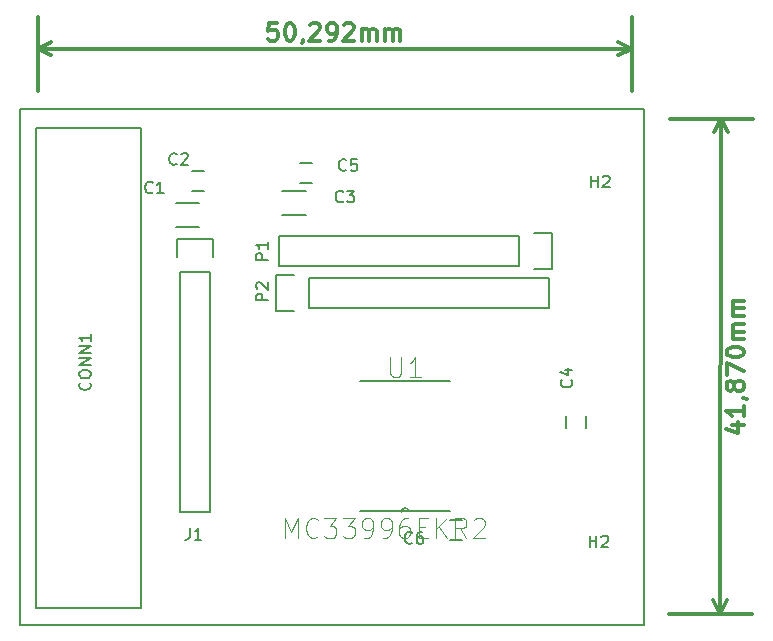
<source format=gbr>
G04 #@! TF.FileFunction,Legend,Top*
%FSLAX46Y46*%
G04 Gerber Fmt 4.6, Leading zero omitted, Abs format (unit mm)*
G04 Created by KiCad (PCBNEW 4.0.6-e0-6349~53~ubuntu14.04.1) date Thu Nov 23 15:23:52 2017*
%MOMM*%
%LPD*%
G01*
G04 APERTURE LIST*
%ADD10C,0.100000*%
%ADD11C,0.300000*%
%ADD12C,0.200000*%
%ADD13C,0.150000*%
%ADD14C,0.152400*%
%ADD15C,0.050000*%
G04 APERTURE END LIST*
D10*
D11*
X113252859Y-70980571D02*
X112538573Y-70980571D01*
X112467144Y-71694857D01*
X112538573Y-71623429D01*
X112681430Y-71552000D01*
X113038573Y-71552000D01*
X113181430Y-71623429D01*
X113252859Y-71694857D01*
X113324287Y-71837714D01*
X113324287Y-72194857D01*
X113252859Y-72337714D01*
X113181430Y-72409143D01*
X113038573Y-72480571D01*
X112681430Y-72480571D01*
X112538573Y-72409143D01*
X112467144Y-72337714D01*
X114252858Y-70980571D02*
X114395715Y-70980571D01*
X114538572Y-71052000D01*
X114610001Y-71123429D01*
X114681430Y-71266286D01*
X114752858Y-71552000D01*
X114752858Y-71909143D01*
X114681430Y-72194857D01*
X114610001Y-72337714D01*
X114538572Y-72409143D01*
X114395715Y-72480571D01*
X114252858Y-72480571D01*
X114110001Y-72409143D01*
X114038572Y-72337714D01*
X113967144Y-72194857D01*
X113895715Y-71909143D01*
X113895715Y-71552000D01*
X113967144Y-71266286D01*
X114038572Y-71123429D01*
X114110001Y-71052000D01*
X114252858Y-70980571D01*
X115467143Y-72409143D02*
X115467143Y-72480571D01*
X115395715Y-72623429D01*
X115324286Y-72694857D01*
X116038572Y-71123429D02*
X116110001Y-71052000D01*
X116252858Y-70980571D01*
X116610001Y-70980571D01*
X116752858Y-71052000D01*
X116824287Y-71123429D01*
X116895715Y-71266286D01*
X116895715Y-71409143D01*
X116824287Y-71623429D01*
X115967144Y-72480571D01*
X116895715Y-72480571D01*
X117610000Y-72480571D02*
X117895715Y-72480571D01*
X118038572Y-72409143D01*
X118110000Y-72337714D01*
X118252858Y-72123429D01*
X118324286Y-71837714D01*
X118324286Y-71266286D01*
X118252858Y-71123429D01*
X118181429Y-71052000D01*
X118038572Y-70980571D01*
X117752858Y-70980571D01*
X117610000Y-71052000D01*
X117538572Y-71123429D01*
X117467143Y-71266286D01*
X117467143Y-71623429D01*
X117538572Y-71766286D01*
X117610000Y-71837714D01*
X117752858Y-71909143D01*
X118038572Y-71909143D01*
X118181429Y-71837714D01*
X118252858Y-71766286D01*
X118324286Y-71623429D01*
X118895714Y-71123429D02*
X118967143Y-71052000D01*
X119110000Y-70980571D01*
X119467143Y-70980571D01*
X119610000Y-71052000D01*
X119681429Y-71123429D01*
X119752857Y-71266286D01*
X119752857Y-71409143D01*
X119681429Y-71623429D01*
X118824286Y-72480571D01*
X119752857Y-72480571D01*
X120395714Y-72480571D02*
X120395714Y-71480571D01*
X120395714Y-71623429D02*
X120467142Y-71552000D01*
X120610000Y-71480571D01*
X120824285Y-71480571D01*
X120967142Y-71552000D01*
X121038571Y-71694857D01*
X121038571Y-72480571D01*
X121038571Y-71694857D02*
X121110000Y-71552000D01*
X121252857Y-71480571D01*
X121467142Y-71480571D01*
X121610000Y-71552000D01*
X121681428Y-71694857D01*
X121681428Y-72480571D01*
X122395714Y-72480571D02*
X122395714Y-71480571D01*
X122395714Y-71623429D02*
X122467142Y-71552000D01*
X122610000Y-71480571D01*
X122824285Y-71480571D01*
X122967142Y-71552000D01*
X123038571Y-71694857D01*
X123038571Y-72480571D01*
X123038571Y-71694857D02*
X123110000Y-71552000D01*
X123252857Y-71480571D01*
X123467142Y-71480571D01*
X123610000Y-71552000D01*
X123681428Y-71694857D01*
X123681428Y-72480571D01*
X92964000Y-73152000D02*
X143256000Y-73152000D01*
X92964000Y-76708000D02*
X92964000Y-70452000D01*
X143256000Y-76708000D02*
X143256000Y-70452000D01*
X143256000Y-73152000D02*
X142129496Y-73738421D01*
X143256000Y-73152000D02*
X142129496Y-72565579D01*
X92964000Y-73152000D02*
X94090504Y-73738421D01*
X92964000Y-73152000D02*
X94090504Y-72565579D01*
D12*
X91440000Y-78232000D02*
X91440000Y-78740000D01*
X144272000Y-78232000D02*
X91440000Y-78232000D01*
X144272000Y-121920000D02*
X144272000Y-78232000D01*
X91440000Y-121920000D02*
X144272000Y-121920000D01*
X91440000Y-78232000D02*
X91440000Y-121920000D01*
D11*
X151787342Y-104994949D02*
X152787339Y-104997098D01*
X151215147Y-105350863D02*
X152285805Y-105710308D01*
X152287801Y-104781738D01*
X152790717Y-103425674D02*
X152788875Y-104282815D01*
X152789796Y-103854244D02*
X151289799Y-103851020D01*
X151503778Y-103994337D01*
X151646328Y-104137502D01*
X151717449Y-104280512D01*
X152720825Y-102711237D02*
X152792253Y-102711390D01*
X152934957Y-102783125D01*
X153006231Y-102854708D01*
X151936955Y-101852406D02*
X151865219Y-101995110D01*
X151793637Y-102066384D01*
X151650627Y-102137506D01*
X151579199Y-102137353D01*
X151436496Y-102065617D01*
X151365220Y-101994035D01*
X151294098Y-101851024D01*
X151294713Y-101565311D01*
X151366449Y-101422608D01*
X151438031Y-101351332D01*
X151581041Y-101280212D01*
X151652469Y-101280365D01*
X151795172Y-101352100D01*
X151866447Y-101423682D01*
X151937569Y-101566693D01*
X151936955Y-101852406D01*
X152008076Y-101995417D01*
X152079351Y-102066999D01*
X152222054Y-102138735D01*
X152507768Y-102139349D01*
X152650778Y-102068227D01*
X152722360Y-101996953D01*
X152794095Y-101854248D01*
X152794709Y-101568535D01*
X152723588Y-101425525D01*
X152652313Y-101353943D01*
X152509610Y-101282208D01*
X152223897Y-101281593D01*
X152080886Y-101352714D01*
X152009304Y-101423990D01*
X151937569Y-101566693D01*
X151296402Y-100779599D02*
X151298551Y-99779601D01*
X152797166Y-100425681D01*
X151300393Y-98922461D02*
X151300701Y-98779604D01*
X151372436Y-98636901D01*
X151444019Y-98565626D01*
X151587029Y-98494504D01*
X151872896Y-98423690D01*
X152230038Y-98424458D01*
X152515598Y-98496500D01*
X152658301Y-98568236D01*
X152729576Y-98639818D01*
X152800697Y-98782829D01*
X152800390Y-98925685D01*
X152728655Y-99068388D01*
X152657073Y-99139664D01*
X152514063Y-99210784D01*
X152228196Y-99281599D01*
X151871053Y-99280831D01*
X151585494Y-99208788D01*
X151442791Y-99137054D01*
X151371515Y-99065471D01*
X151300393Y-98922461D01*
X152802847Y-97782831D02*
X151802849Y-97780681D01*
X151945707Y-97780988D02*
X151874431Y-97709407D01*
X151803310Y-97566396D01*
X151803770Y-97352111D01*
X151875506Y-97209408D01*
X152018516Y-97138286D01*
X152804228Y-97139975D01*
X152018516Y-97138286D02*
X151875813Y-97066551D01*
X151804691Y-96923540D01*
X151805152Y-96709256D01*
X151876888Y-96566552D01*
X152019898Y-96495431D01*
X152805610Y-96497120D01*
X152807146Y-95782835D02*
X151807148Y-95780686D01*
X151950006Y-95780993D02*
X151878730Y-95709412D01*
X151807609Y-95566400D01*
X151808069Y-95352116D01*
X151879805Y-95209413D01*
X152022815Y-95138291D01*
X152808527Y-95139980D01*
X152022815Y-95138291D02*
X151880112Y-95066555D01*
X151808990Y-94923545D01*
X151809451Y-94709260D01*
X151881187Y-94566556D01*
X152024197Y-94495436D01*
X152809909Y-94497124D01*
X150814367Y-79129179D02*
X150724367Y-120999179D01*
X146544000Y-79120000D02*
X153514361Y-79134983D01*
X146454000Y-120990000D02*
X153424361Y-121004983D01*
X150724367Y-120999179D02*
X150140369Y-119871417D01*
X150724367Y-120999179D02*
X151313208Y-119873938D01*
X150814367Y-79129179D02*
X150225526Y-80254420D01*
X150814367Y-79129179D02*
X151398365Y-80256941D01*
D13*
X106053000Y-85178000D02*
X107053000Y-85178000D01*
X107053000Y-83478000D02*
X106053000Y-83478000D01*
X116197000Y-82843000D02*
X115197000Y-82843000D01*
X115197000Y-84543000D02*
X116197000Y-84543000D01*
X127897000Y-114769000D02*
X128897000Y-114769000D01*
X128897000Y-113069000D02*
X127897000Y-113069000D01*
X133731000Y-91567000D02*
X113411000Y-91567000D01*
X113411000Y-91567000D02*
X113411000Y-89027000D01*
X113411000Y-89027000D02*
X133731000Y-89027000D01*
X136551000Y-91847000D02*
X135001000Y-91847000D01*
X133731000Y-91567000D02*
X133731000Y-89027000D01*
X135001000Y-88747000D02*
X136551000Y-88747000D01*
X136551000Y-88747000D02*
X136551000Y-91847000D01*
X115951000Y-92583000D02*
X136271000Y-92583000D01*
X136271000Y-92583000D02*
X136271000Y-95123000D01*
X136271000Y-95123000D02*
X115951000Y-95123000D01*
X113131000Y-92303000D02*
X114681000Y-92303000D01*
X115951000Y-92583000D02*
X115951000Y-95123000D01*
X114681000Y-95403000D02*
X113131000Y-95403000D01*
X113131000Y-95403000D02*
X113131000Y-92303000D01*
X137707000Y-104275000D02*
X137707000Y-105275000D01*
X139407000Y-105275000D02*
X139407000Y-104275000D01*
X107569000Y-92075000D02*
X107569000Y-112395000D01*
X107569000Y-112395000D02*
X105029000Y-112395000D01*
X105029000Y-112395000D02*
X105029000Y-92075000D01*
X107849000Y-89255000D02*
X107849000Y-90805000D01*
X107569000Y-92075000D02*
X105029000Y-92075000D01*
X104749000Y-90805000D02*
X104749000Y-89255000D01*
X104749000Y-89255000D02*
X107849000Y-89255000D01*
X92837000Y-79883000D02*
X92837000Y-120523000D01*
X92837000Y-120523000D02*
X101727000Y-120523000D01*
X101727000Y-120523000D02*
X101727000Y-79883000D01*
X101727000Y-79883000D02*
X92837000Y-79883000D01*
D14*
X127889000Y-101269800D02*
X120269000Y-101269800D01*
X120269000Y-112344200D02*
X124383800Y-112344200D01*
X124383800Y-112344200D02*
X127889000Y-112344200D01*
X123774200Y-112369600D02*
G75*
G02X124383800Y-112344200I304800J12700D01*
G01*
D13*
X104664000Y-88274000D02*
X106664000Y-88274000D01*
X106664000Y-86224000D02*
X104664000Y-86224000D01*
X115681000Y-85208000D02*
X113681000Y-85208000D01*
X113681000Y-87258000D02*
X115681000Y-87258000D01*
X104735334Y-82907143D02*
X104687715Y-82954762D01*
X104544858Y-83002381D01*
X104449620Y-83002381D01*
X104306762Y-82954762D01*
X104211524Y-82859524D01*
X104163905Y-82764286D01*
X104116286Y-82573810D01*
X104116286Y-82430952D01*
X104163905Y-82240476D01*
X104211524Y-82145238D01*
X104306762Y-82050000D01*
X104449620Y-82002381D01*
X104544858Y-82002381D01*
X104687715Y-82050000D01*
X104735334Y-82097619D01*
X105116286Y-82097619D02*
X105163905Y-82050000D01*
X105259143Y-82002381D01*
X105497239Y-82002381D01*
X105592477Y-82050000D01*
X105640096Y-82097619D01*
X105687715Y-82192857D01*
X105687715Y-82288095D01*
X105640096Y-82430952D01*
X105068667Y-83002381D01*
X105687715Y-83002381D01*
X119086334Y-83415143D02*
X119038715Y-83462762D01*
X118895858Y-83510381D01*
X118800620Y-83510381D01*
X118657762Y-83462762D01*
X118562524Y-83367524D01*
X118514905Y-83272286D01*
X118467286Y-83081810D01*
X118467286Y-82938952D01*
X118514905Y-82748476D01*
X118562524Y-82653238D01*
X118657762Y-82558000D01*
X118800620Y-82510381D01*
X118895858Y-82510381D01*
X119038715Y-82558000D01*
X119086334Y-82605619D01*
X119991096Y-82510381D02*
X119514905Y-82510381D01*
X119467286Y-82986571D01*
X119514905Y-82938952D01*
X119610143Y-82891333D01*
X119848239Y-82891333D01*
X119943477Y-82938952D01*
X119991096Y-82986571D01*
X120038715Y-83081810D01*
X120038715Y-83319905D01*
X119991096Y-83415143D01*
X119943477Y-83462762D01*
X119848239Y-83510381D01*
X119610143Y-83510381D01*
X119514905Y-83462762D01*
X119467286Y-83415143D01*
X124674334Y-114974643D02*
X124626715Y-115022262D01*
X124483858Y-115069881D01*
X124388620Y-115069881D01*
X124245762Y-115022262D01*
X124150524Y-114927024D01*
X124102905Y-114831786D01*
X124055286Y-114641310D01*
X124055286Y-114498452D01*
X124102905Y-114307976D01*
X124150524Y-114212738D01*
X124245762Y-114117500D01*
X124388620Y-114069881D01*
X124483858Y-114069881D01*
X124626715Y-114117500D01*
X124674334Y-114165119D01*
X125531477Y-114069881D02*
X125341000Y-114069881D01*
X125245762Y-114117500D01*
X125198143Y-114165119D01*
X125102905Y-114307976D01*
X125055286Y-114498452D01*
X125055286Y-114879405D01*
X125102905Y-114974643D01*
X125150524Y-115022262D01*
X125245762Y-115069881D01*
X125436239Y-115069881D01*
X125531477Y-115022262D01*
X125579096Y-114974643D01*
X125626715Y-114879405D01*
X125626715Y-114641310D01*
X125579096Y-114546071D01*
X125531477Y-114498452D01*
X125436239Y-114450833D01*
X125245762Y-114450833D01*
X125150524Y-114498452D01*
X125102905Y-114546071D01*
X125055286Y-114641310D01*
X112466381Y-91035095D02*
X111466381Y-91035095D01*
X111466381Y-90654142D01*
X111514000Y-90558904D01*
X111561619Y-90511285D01*
X111656857Y-90463666D01*
X111799714Y-90463666D01*
X111894952Y-90511285D01*
X111942571Y-90558904D01*
X111990190Y-90654142D01*
X111990190Y-91035095D01*
X112466381Y-89511285D02*
X112466381Y-90082714D01*
X112466381Y-89797000D02*
X111466381Y-89797000D01*
X111609238Y-89892238D01*
X111704476Y-89987476D01*
X111752095Y-90082714D01*
X112466381Y-94464095D02*
X111466381Y-94464095D01*
X111466381Y-94083142D01*
X111514000Y-93987904D01*
X111561619Y-93940285D01*
X111656857Y-93892666D01*
X111799714Y-93892666D01*
X111894952Y-93940285D01*
X111942571Y-93987904D01*
X111990190Y-94083142D01*
X111990190Y-94464095D01*
X111561619Y-93511714D02*
X111514000Y-93464095D01*
X111466381Y-93368857D01*
X111466381Y-93130761D01*
X111514000Y-93035523D01*
X111561619Y-92987904D01*
X111656857Y-92940285D01*
X111752095Y-92940285D01*
X111894952Y-92987904D01*
X112466381Y-93559333D01*
X112466381Y-92940285D01*
X138152143Y-101195166D02*
X138199762Y-101242785D01*
X138247381Y-101385642D01*
X138247381Y-101480880D01*
X138199762Y-101623738D01*
X138104524Y-101718976D01*
X138009286Y-101766595D01*
X137818810Y-101814214D01*
X137675952Y-101814214D01*
X137485476Y-101766595D01*
X137390238Y-101718976D01*
X137295000Y-101623738D01*
X137247381Y-101480880D01*
X137247381Y-101385642D01*
X137295000Y-101242785D01*
X137342619Y-101195166D01*
X137580714Y-100338023D02*
X138247381Y-100338023D01*
X137199762Y-100576119D02*
X137914048Y-100814214D01*
X137914048Y-100195166D01*
X105838667Y-113752381D02*
X105838667Y-114466667D01*
X105791047Y-114609524D01*
X105695809Y-114704762D01*
X105552952Y-114752381D01*
X105457714Y-114752381D01*
X106838667Y-114752381D02*
X106267238Y-114752381D01*
X106552952Y-114752381D02*
X106552952Y-113752381D01*
X106457714Y-113895238D01*
X106362476Y-113990476D01*
X106267238Y-114038095D01*
X97385143Y-101433095D02*
X97432762Y-101480714D01*
X97480381Y-101623571D01*
X97480381Y-101718809D01*
X97432762Y-101861667D01*
X97337524Y-101956905D01*
X97242286Y-102004524D01*
X97051810Y-102052143D01*
X96908952Y-102052143D01*
X96718476Y-102004524D01*
X96623238Y-101956905D01*
X96528000Y-101861667D01*
X96480381Y-101718809D01*
X96480381Y-101623571D01*
X96528000Y-101480714D01*
X96575619Y-101433095D01*
X96480381Y-100814048D02*
X96480381Y-100623571D01*
X96528000Y-100528333D01*
X96623238Y-100433095D01*
X96813714Y-100385476D01*
X97147048Y-100385476D01*
X97337524Y-100433095D01*
X97432762Y-100528333D01*
X97480381Y-100623571D01*
X97480381Y-100814048D01*
X97432762Y-100909286D01*
X97337524Y-101004524D01*
X97147048Y-101052143D01*
X96813714Y-101052143D01*
X96623238Y-101004524D01*
X96528000Y-100909286D01*
X96480381Y-100814048D01*
X97480381Y-99956905D02*
X96480381Y-99956905D01*
X97480381Y-99385476D01*
X96480381Y-99385476D01*
X97480381Y-98909286D02*
X96480381Y-98909286D01*
X97480381Y-98337857D01*
X96480381Y-98337857D01*
X97480381Y-97337857D02*
X97480381Y-97909286D01*
X97480381Y-97623572D02*
X96480381Y-97623572D01*
X96623238Y-97718810D01*
X96718476Y-97814048D01*
X96766095Y-97909286D01*
D15*
X122827282Y-99303328D02*
X122827282Y-100633278D01*
X122905514Y-100789743D01*
X122983747Y-100867975D01*
X123140211Y-100946208D01*
X123453141Y-100946208D01*
X123609606Y-100867975D01*
X123687838Y-100789743D01*
X123766070Y-100633278D01*
X123766070Y-99303328D01*
X125408950Y-100946208D02*
X124470162Y-100946208D01*
X124939556Y-100946208D02*
X124939556Y-99303328D01*
X124783091Y-99538025D01*
X124626626Y-99694490D01*
X124470162Y-99772722D01*
X113891122Y-114560057D02*
X113891122Y-112919897D01*
X114437842Y-114091440D01*
X114984562Y-112919897D01*
X114984562Y-114560057D01*
X116702826Y-114403851D02*
X116624723Y-114481954D01*
X116390414Y-114560057D01*
X116234208Y-114560057D01*
X115999900Y-114481954D01*
X115843694Y-114325749D01*
X115765591Y-114169543D01*
X115687488Y-113857131D01*
X115687488Y-113622823D01*
X115765591Y-113310411D01*
X115843694Y-113154206D01*
X115999900Y-112998000D01*
X116234208Y-112919897D01*
X116390414Y-112919897D01*
X116624723Y-112998000D01*
X116702826Y-113076103D01*
X117249546Y-112919897D02*
X118264883Y-112919897D01*
X117718163Y-113544720D01*
X117952471Y-113544720D01*
X118108677Y-113622823D01*
X118186780Y-113700926D01*
X118264883Y-113857131D01*
X118264883Y-114247646D01*
X118186780Y-114403851D01*
X118108677Y-114481954D01*
X117952471Y-114560057D01*
X117483854Y-114560057D01*
X117327648Y-114481954D01*
X117249546Y-114403851D01*
X118811603Y-112919897D02*
X119826940Y-112919897D01*
X119280220Y-113544720D01*
X119514528Y-113544720D01*
X119670734Y-113622823D01*
X119748837Y-113700926D01*
X119826940Y-113857131D01*
X119826940Y-114247646D01*
X119748837Y-114403851D01*
X119670734Y-114481954D01*
X119514528Y-114560057D01*
X119045911Y-114560057D01*
X118889705Y-114481954D01*
X118811603Y-114403851D01*
X120607968Y-114560057D02*
X120920380Y-114560057D01*
X121076585Y-114481954D01*
X121154688Y-114403851D01*
X121310894Y-114169543D01*
X121388997Y-113857131D01*
X121388997Y-113232309D01*
X121310894Y-113076103D01*
X121232791Y-112998000D01*
X121076585Y-112919897D01*
X120764174Y-112919897D01*
X120607968Y-112998000D01*
X120529865Y-113076103D01*
X120451762Y-113232309D01*
X120451762Y-113622823D01*
X120529865Y-113779029D01*
X120607968Y-113857131D01*
X120764174Y-113935234D01*
X121076585Y-113935234D01*
X121232791Y-113857131D01*
X121310894Y-113779029D01*
X121388997Y-113622823D01*
X122170025Y-114560057D02*
X122482437Y-114560057D01*
X122638642Y-114481954D01*
X122716745Y-114403851D01*
X122872951Y-114169543D01*
X122951054Y-113857131D01*
X122951054Y-113232309D01*
X122872951Y-113076103D01*
X122794848Y-112998000D01*
X122638642Y-112919897D01*
X122326231Y-112919897D01*
X122170025Y-112998000D01*
X122091922Y-113076103D01*
X122013819Y-113232309D01*
X122013819Y-113622823D01*
X122091922Y-113779029D01*
X122170025Y-113857131D01*
X122326231Y-113935234D01*
X122638642Y-113935234D01*
X122794848Y-113857131D01*
X122872951Y-113779029D01*
X122951054Y-113622823D01*
X124356905Y-112919897D02*
X124044494Y-112919897D01*
X123888288Y-112998000D01*
X123810185Y-113076103D01*
X123653979Y-113310411D01*
X123575876Y-113622823D01*
X123575876Y-114247646D01*
X123653979Y-114403851D01*
X123732082Y-114481954D01*
X123888288Y-114560057D01*
X124200699Y-114560057D01*
X124356905Y-114481954D01*
X124435008Y-114403851D01*
X124513111Y-114247646D01*
X124513111Y-113857131D01*
X124435008Y-113700926D01*
X124356905Y-113622823D01*
X124200699Y-113544720D01*
X123888288Y-113544720D01*
X123732082Y-113622823D01*
X123653979Y-113700926D01*
X123575876Y-113857131D01*
X125216036Y-113700926D02*
X125762756Y-113700926D01*
X125997065Y-114560057D02*
X125216036Y-114560057D01*
X125216036Y-112919897D01*
X125997065Y-112919897D01*
X126699990Y-114560057D02*
X126699990Y-112919897D01*
X127637225Y-114560057D02*
X126934299Y-113622823D01*
X127637225Y-112919897D02*
X126699990Y-113857131D01*
X129277385Y-114560057D02*
X128730665Y-113779029D01*
X128340150Y-114560057D02*
X128340150Y-112919897D01*
X128964973Y-112919897D01*
X129121179Y-112998000D01*
X129199282Y-113076103D01*
X129277385Y-113232309D01*
X129277385Y-113466617D01*
X129199282Y-113622823D01*
X129121179Y-113700926D01*
X128964973Y-113779029D01*
X128340150Y-113779029D01*
X129902207Y-113076103D02*
X129980310Y-112998000D01*
X130136516Y-112919897D01*
X130527030Y-112919897D01*
X130683236Y-112998000D01*
X130761339Y-113076103D01*
X130839442Y-113232309D01*
X130839442Y-113388514D01*
X130761339Y-113622823D01*
X129824105Y-114560057D01*
X130839442Y-114560057D01*
D13*
X102703334Y-85320143D02*
X102655715Y-85367762D01*
X102512858Y-85415381D01*
X102417620Y-85415381D01*
X102274762Y-85367762D01*
X102179524Y-85272524D01*
X102131905Y-85177286D01*
X102084286Y-84986810D01*
X102084286Y-84843952D01*
X102131905Y-84653476D01*
X102179524Y-84558238D01*
X102274762Y-84463000D01*
X102417620Y-84415381D01*
X102512858Y-84415381D01*
X102655715Y-84463000D01*
X102703334Y-84510619D01*
X103655715Y-85415381D02*
X103084286Y-85415381D01*
X103370000Y-85415381D02*
X103370000Y-84415381D01*
X103274762Y-84558238D01*
X103179524Y-84653476D01*
X103084286Y-84701095D01*
X118832334Y-86082143D02*
X118784715Y-86129762D01*
X118641858Y-86177381D01*
X118546620Y-86177381D01*
X118403762Y-86129762D01*
X118308524Y-86034524D01*
X118260905Y-85939286D01*
X118213286Y-85748810D01*
X118213286Y-85605952D01*
X118260905Y-85415476D01*
X118308524Y-85320238D01*
X118403762Y-85225000D01*
X118546620Y-85177381D01*
X118641858Y-85177381D01*
X118784715Y-85225000D01*
X118832334Y-85272619D01*
X119165667Y-85177381D02*
X119784715Y-85177381D01*
X119451381Y-85558333D01*
X119594239Y-85558333D01*
X119689477Y-85605952D01*
X119737096Y-85653571D01*
X119784715Y-85748810D01*
X119784715Y-85986905D01*
X119737096Y-86082143D01*
X119689477Y-86129762D01*
X119594239Y-86177381D01*
X119308524Y-86177381D01*
X119213286Y-86129762D01*
X119165667Y-86082143D01*
X139827095Y-84907381D02*
X139827095Y-83907381D01*
X139827095Y-84383571D02*
X140398524Y-84383571D01*
X140398524Y-84907381D02*
X140398524Y-83907381D01*
X140827095Y-84002619D02*
X140874714Y-83955000D01*
X140969952Y-83907381D01*
X141208048Y-83907381D01*
X141303286Y-83955000D01*
X141350905Y-84002619D01*
X141398524Y-84097857D01*
X141398524Y-84193095D01*
X141350905Y-84335952D01*
X140779476Y-84907381D01*
X141398524Y-84907381D01*
X139700095Y-115387381D02*
X139700095Y-114387381D01*
X139700095Y-114863571D02*
X140271524Y-114863571D01*
X140271524Y-115387381D02*
X140271524Y-114387381D01*
X140700095Y-114482619D02*
X140747714Y-114435000D01*
X140842952Y-114387381D01*
X141081048Y-114387381D01*
X141176286Y-114435000D01*
X141223905Y-114482619D01*
X141271524Y-114577857D01*
X141271524Y-114673095D01*
X141223905Y-114815952D01*
X140652476Y-115387381D01*
X141271524Y-115387381D01*
M02*

</source>
